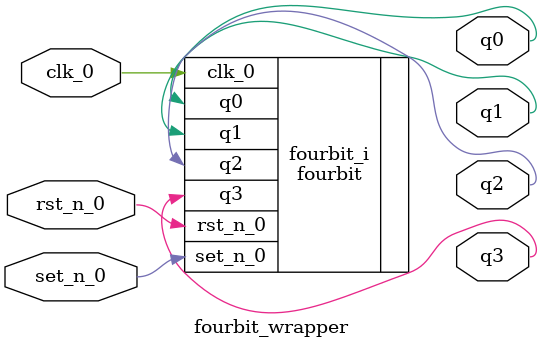
<source format=v>
`timescale 1 ps / 1 ps

module fourbit_wrapper
   (clk_0,
    q0,
    q1,
    q2,
    q3,
    rst_n_0,
    set_n_0);
  input clk_0;
  output q0;
  output q1;
  output q2;
  output q3;
  input rst_n_0;
  input set_n_0;

  wire clk_0;
  wire q0;
  wire q1;
  wire q2;
  wire q3;
  wire rst_n_0;
  wire set_n_0;

  fourbit fourbit_i
       (.clk_0(clk_0),
        .q0(q0),
        .q1(q1),
        .q2(q2),
        .q3(q3),
        .rst_n_0(rst_n_0),
        .set_n_0(set_n_0));
endmodule

</source>
